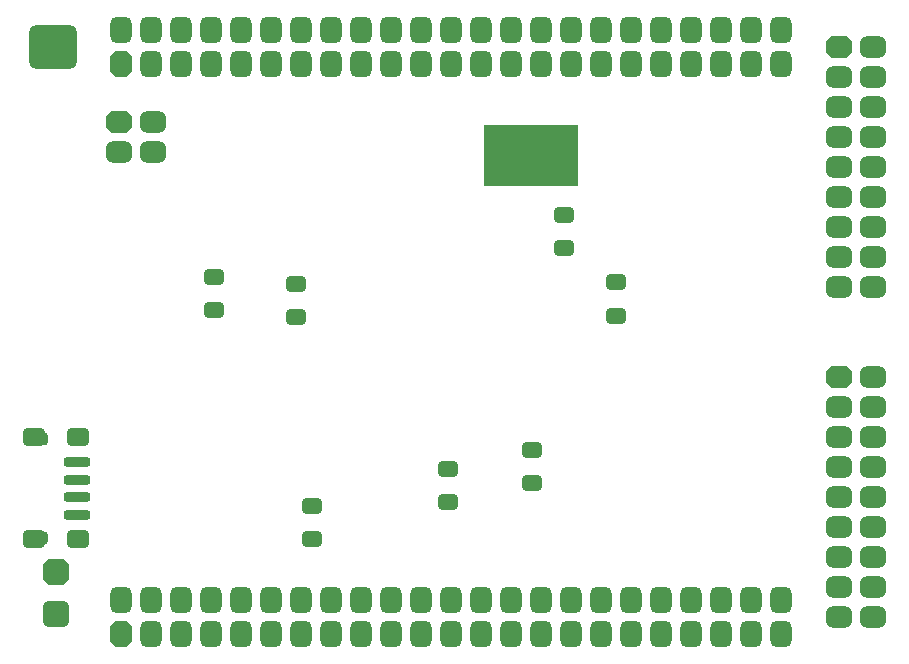
<source format=gbr>
%TF.GenerationSoftware,Altium Limited,Altium Designer,23.9.2 (47)*%
G04 Layer_Color=16711935*
%FSLAX45Y45*%
%MOMM*%
%TF.SameCoordinates,F1AFF133-CB08-443C-B5AD-2193434A7FAF*%
%TF.FilePolarity,Negative*%
%TF.FileFunction,Soldermask,Bot*%
%TF.Part,Single*%
G01*
G75*
%TA.AperFunction,OtherPad,Pad P2-5 (13.1mm,9.85mm)*%
G04:AMPARAMS|DCode=121|XSize=2mm|YSize=1.1mm|CornerRadius=0.275mm|HoleSize=0mm|Usage=FLASHONLY|Rotation=180.000|XOffset=0mm|YOffset=0mm|HoleType=Round|Shape=RoundedRectangle|*
%AMROUNDEDRECTD121*
21,1,2.00000,0.55000,0,0,180.0*
21,1,1.45000,1.10000,0,0,180.0*
1,1,0.55000,-0.72500,0.27500*
1,1,0.55000,0.72500,0.27500*
1,1,0.55000,0.72500,-0.27500*
1,1,0.55000,-0.72500,-0.27500*
%
%ADD121ROUNDEDRECTD121*%
%TA.AperFunction,OtherPad,Pad P2-5 (13.1mm,18.25mm)*%
G04:AMPARAMS|DCode=122|XSize=2mm|YSize=1.1mm|CornerRadius=0.275mm|HoleSize=0mm|Usage=FLASHONLY|Rotation=180.000|XOffset=0mm|YOffset=0mm|HoleType=Round|Shape=RoundedRectangle|*
%AMROUNDEDRECTD122*
21,1,2.00000,0.55000,0,0,180.0*
21,1,1.45000,1.10000,0,0,180.0*
1,1,0.55000,-0.72500,0.27500*
1,1,0.55000,0.72500,0.27500*
1,1,0.55000,0.72500,-0.27500*
1,1,0.55000,-0.72500,-0.27500*
%
%ADD122ROUNDEDRECTD122*%
%TA.AperFunction,SMDPad,CuDef*%
G04:AMPARAMS|DCode=123|XSize=1.73mm|YSize=1.33mm|CornerRadius=0.3525mm|HoleSize=0mm|Usage=FLASHONLY|Rotation=180.000|XOffset=0mm|YOffset=0mm|HoleType=Round|Shape=RoundedRectangle|*
%AMROUNDEDRECTD123*
21,1,1.73000,0.62500,0,0,180.0*
21,1,1.02500,1.33000,0,0,180.0*
1,1,0.70500,-0.51250,0.31250*
1,1,0.70500,0.51250,0.31250*
1,1,0.70500,0.51250,-0.31250*
1,1,0.70500,-0.51250,-0.31250*
%
%ADD123ROUNDEDRECTD123*%
G04:AMPARAMS|DCode=124|XSize=2.28mm|YSize=0.78mm|CornerRadius=0.215mm|HoleSize=0mm|Usage=FLASHONLY|Rotation=180.000|XOffset=0mm|YOffset=0mm|HoleType=Round|Shape=RoundedRectangle|*
%AMROUNDEDRECTD124*
21,1,2.28000,0.35000,0,0,180.0*
21,1,1.85000,0.78000,0,0,180.0*
1,1,0.43000,-0.92500,0.17500*
1,1,0.43000,0.92500,0.17500*
1,1,0.43000,0.92500,-0.17500*
1,1,0.43000,-0.92500,-0.17500*
%
%ADD124ROUNDEDRECTD124*%
%TA.AperFunction,ComponentPad*%
G04:AMPARAMS|DCode=125|XSize=1.78mm|YSize=2.18mm|CornerRadius=0.465mm|HoleSize=0mm|Usage=FLASHONLY|Rotation=270.000|XOffset=0mm|YOffset=0mm|HoleType=Round|Shape=RoundedRectangle|*
%AMROUNDEDRECTD125*
21,1,1.78000,1.25001,0,0,270.0*
21,1,0.85000,2.18000,0,0,270.0*
1,1,0.93000,-0.62500,-0.42500*
1,1,0.93000,-0.62500,0.42500*
1,1,0.93000,0.62500,0.42500*
1,1,0.93000,0.62500,-0.42500*
%
%ADD125ROUNDEDRECTD125*%
G04:AMPARAMS|DCode=126|XSize=1.78mm|YSize=2.18mm|CornerRadius=0mm|HoleSize=0mm|Usage=FLASHONLY|Rotation=270.000|XOffset=0mm|YOffset=0mm|HoleType=Round|Shape=Octagon|*
%AMOCTAGOND126*
4,1,8,1.09000,0.44500,1.09000,-0.44500,0.64500,-0.89000,-0.64500,-0.89000,-1.09000,-0.44500,-1.09000,0.44500,-0.64500,0.89000,0.64500,0.89000,1.09000,0.44500,0.0*
%
%ADD126OCTAGOND126*%

G04:AMPARAMS|DCode=127|XSize=1.78mm|YSize=2.18mm|CornerRadius=0mm|HoleSize=0mm|Usage=FLASHONLY|Rotation=0.000|XOffset=0mm|YOffset=0mm|HoleType=Round|Shape=Octagon|*
%AMOCTAGOND127*
4,1,8,-0.44500,1.09000,0.44500,1.09000,0.89000,0.64500,0.89000,-0.64500,0.44500,-1.09000,-0.44500,-1.09000,-0.89000,-0.64500,-0.89000,0.64500,-0.44500,1.09000,0.0*
%
%ADD127OCTAGOND127*%

G04:AMPARAMS|DCode=128|XSize=1.78mm|YSize=2.18mm|CornerRadius=0.465mm|HoleSize=0mm|Usage=FLASHONLY|Rotation=0.000|XOffset=0mm|YOffset=0mm|HoleType=Round|Shape=RoundedRectangle|*
%AMROUNDEDRECTD128*
21,1,1.78000,1.25001,0,0,0.0*
21,1,0.85000,2.18000,0,0,0.0*
1,1,0.93000,0.42500,-0.62500*
1,1,0.93000,-0.42500,-0.62500*
1,1,0.93000,-0.42500,0.62500*
1,1,0.93000,0.42500,0.62500*
%
%ADD128ROUNDEDRECTD128*%
G04:AMPARAMS|DCode=129|XSize=1.88mm|YSize=1.53mm|CornerRadius=0.4025mm|HoleSize=0mm|Usage=FLASHONLY|Rotation=180.000|XOffset=0mm|YOffset=0mm|HoleType=Round|Shape=RoundedRectangle|*
%AMROUNDEDRECTD129*
21,1,1.88000,0.72500,0,0,180.0*
21,1,1.07500,1.53000,0,0,180.0*
1,1,0.80500,-0.53750,0.36250*
1,1,0.80500,0.53750,0.36250*
1,1,0.80500,0.53750,-0.36250*
1,1,0.80500,-0.53750,-0.36250*
%
%ADD129ROUNDEDRECTD129*%
G04:AMPARAMS|DCode=130|XSize=4.08mm|YSize=3.68mm|CornerRadius=0.58mm|HoleSize=0mm|Usage=FLASHONLY|Rotation=0.000|XOffset=0mm|YOffset=0mm|HoleType=Round|Shape=RoundedRectangle|*
%AMROUNDEDRECTD130*
21,1,4.08000,2.52000,0,0,0.0*
21,1,2.92000,3.68000,0,0,0.0*
1,1,1.16000,1.46000,-1.26000*
1,1,1.16000,-1.46000,-1.26000*
1,1,1.16000,-1.46000,1.26000*
1,1,1.16000,1.46000,1.26000*
%
%ADD130ROUNDEDRECTD130*%
G04:AMPARAMS|DCode=131|XSize=2.28mm|YSize=2.28mm|CornerRadius=0.59mm|HoleSize=0mm|Usage=FLASHONLY|Rotation=270.000|XOffset=0mm|YOffset=0mm|HoleType=Round|Shape=RoundedRectangle|*
%AMROUNDEDRECTD131*
21,1,2.28000,1.10000,0,0,270.0*
21,1,1.10000,2.28000,0,0,270.0*
1,1,1.18000,-0.55000,-0.55000*
1,1,1.18000,-0.55000,0.55000*
1,1,1.18000,0.55000,0.55000*
1,1,1.18000,0.55000,-0.55000*
%
%ADD131ROUNDEDRECTD131*%
G04:AMPARAMS|DCode=132|XSize=2.28mm|YSize=2.28mm|CornerRadius=0mm|HoleSize=0mm|Usage=FLASHONLY|Rotation=270.000|XOffset=0mm|YOffset=0mm|HoleType=Round|Shape=Octagon|*
%AMOCTAGOND132*
4,1,8,-0.57000,-1.14000,0.57000,-1.14000,1.14000,-0.57000,1.14000,0.57000,0.57000,1.14000,-0.57000,1.14000,-1.14000,0.57000,-1.14000,-0.57000,-0.57000,-1.14000,0.0*
%
%ADD132OCTAGOND132*%

G36*
X5900000Y3969143D02*
X5110000D01*
X5110000Y4480000D01*
X5900000D01*
X5900000Y3969143D01*
D02*
G37*
D121*
X1310000Y985000D02*
D03*
D122*
Y1825000D02*
D03*
D123*
X5780000Y3440000D02*
D03*
Y3720000D02*
D03*
X5510000Y1450000D02*
D03*
Y1730000D02*
D03*
X6220000Y2870000D02*
D03*
Y3150000D02*
D03*
X3510000Y3140000D02*
D03*
Y2860000D02*
D03*
X3650000Y1260000D02*
D03*
Y980000D02*
D03*
X4800000Y1290000D02*
D03*
Y1570000D02*
D03*
X2820000Y3200000D02*
D03*
Y2920000D02*
D03*
D124*
X1660000Y1630000D02*
D03*
Y1480000D02*
D03*
Y1330000D02*
D03*
Y1180000D02*
D03*
D125*
X8402000Y317500D02*
D03*
Y571500D02*
D03*
X8108000Y317500D02*
D03*
Y571500D02*
D03*
X8402000Y825500D02*
D03*
Y1079500D02*
D03*
Y1333500D02*
D03*
Y1587500D02*
D03*
Y1841500D02*
D03*
Y2095500D02*
D03*
Y2349500D02*
D03*
X8108000Y825500D02*
D03*
Y1079500D02*
D03*
Y1333500D02*
D03*
Y1587500D02*
D03*
Y1841500D02*
D03*
Y2095500D02*
D03*
X8402000Y3111500D02*
D03*
Y3365500D02*
D03*
X8108000Y3111500D02*
D03*
Y3365500D02*
D03*
X8402000Y3619500D02*
D03*
Y3873500D02*
D03*
Y4127500D02*
D03*
Y4381500D02*
D03*
Y4635500D02*
D03*
Y4889500D02*
D03*
Y5143500D02*
D03*
X8108000Y3619500D02*
D03*
Y3873500D02*
D03*
Y4127500D02*
D03*
Y4381500D02*
D03*
Y4635500D02*
D03*
Y4889500D02*
D03*
X2306000Y4512400D02*
D03*
Y4258400D02*
D03*
X2012000D02*
D03*
D126*
X8108000Y2349500D02*
D03*
Y5143500D02*
D03*
X2012000Y4512400D02*
D03*
D127*
X2032000Y170500D02*
D03*
Y4996500D02*
D03*
D128*
X2286000Y170500D02*
D03*
X2540000D02*
D03*
X2794000D02*
D03*
X3048000D02*
D03*
X3302000D02*
D03*
X3556000D02*
D03*
X3810000D02*
D03*
X4064000D02*
D03*
X4318000D02*
D03*
X4572000D02*
D03*
X4826000D02*
D03*
X5080000D02*
D03*
X5334000D02*
D03*
X5588000D02*
D03*
X5842000D02*
D03*
X6096000D02*
D03*
X6350000D02*
D03*
X6604000D02*
D03*
X6858000D02*
D03*
X7112000D02*
D03*
X7366000D02*
D03*
X7620000D02*
D03*
X2032000Y464500D02*
D03*
X2286000D02*
D03*
X2540000D02*
D03*
X2794000D02*
D03*
X3048000D02*
D03*
X3302000D02*
D03*
X3556000D02*
D03*
X3810000D02*
D03*
X4064000D02*
D03*
X4318000D02*
D03*
X4572000D02*
D03*
X4826000D02*
D03*
X5080000D02*
D03*
X5334000D02*
D03*
X5588000D02*
D03*
X5842000D02*
D03*
X6096000D02*
D03*
X6350000D02*
D03*
X6604000D02*
D03*
X6858000D02*
D03*
X7112000D02*
D03*
X7366000D02*
D03*
X7620000D02*
D03*
X2286000Y4996500D02*
D03*
X2540000D02*
D03*
X2794000D02*
D03*
X3048000D02*
D03*
X3302000D02*
D03*
X3556000D02*
D03*
X3810000D02*
D03*
X4064000D02*
D03*
X4318000D02*
D03*
X4572000D02*
D03*
X4826000D02*
D03*
X5080000D02*
D03*
X5334000D02*
D03*
X5588000D02*
D03*
X5842000D02*
D03*
X6096000D02*
D03*
X6350000D02*
D03*
X6604000D02*
D03*
X6858000D02*
D03*
X7112000D02*
D03*
X7366000D02*
D03*
X7620000D02*
D03*
X2032000Y5290500D02*
D03*
X2286000D02*
D03*
X2540000D02*
D03*
X2794000D02*
D03*
X3048000D02*
D03*
X3302000D02*
D03*
X3556000D02*
D03*
X3810000D02*
D03*
X4064000D02*
D03*
X4318000D02*
D03*
X4572000D02*
D03*
X4826000D02*
D03*
X5080000D02*
D03*
X5334000D02*
D03*
X5588000D02*
D03*
X5842000D02*
D03*
X6096000D02*
D03*
X6350000D02*
D03*
X6604000D02*
D03*
X6858000D02*
D03*
X7112000D02*
D03*
X7366000D02*
D03*
X7620000D02*
D03*
D129*
X1672000Y978000D02*
D03*
X1292000D02*
D03*
X1672000Y1842000D02*
D03*
X1292000D02*
D03*
D130*
X1460500Y5143500D02*
D03*
D131*
X1480000Y345000D02*
D03*
D132*
Y695000D02*
D03*
%TF.MD5,75d69b20432d5f4c727fade719763151*%
M02*

</source>
